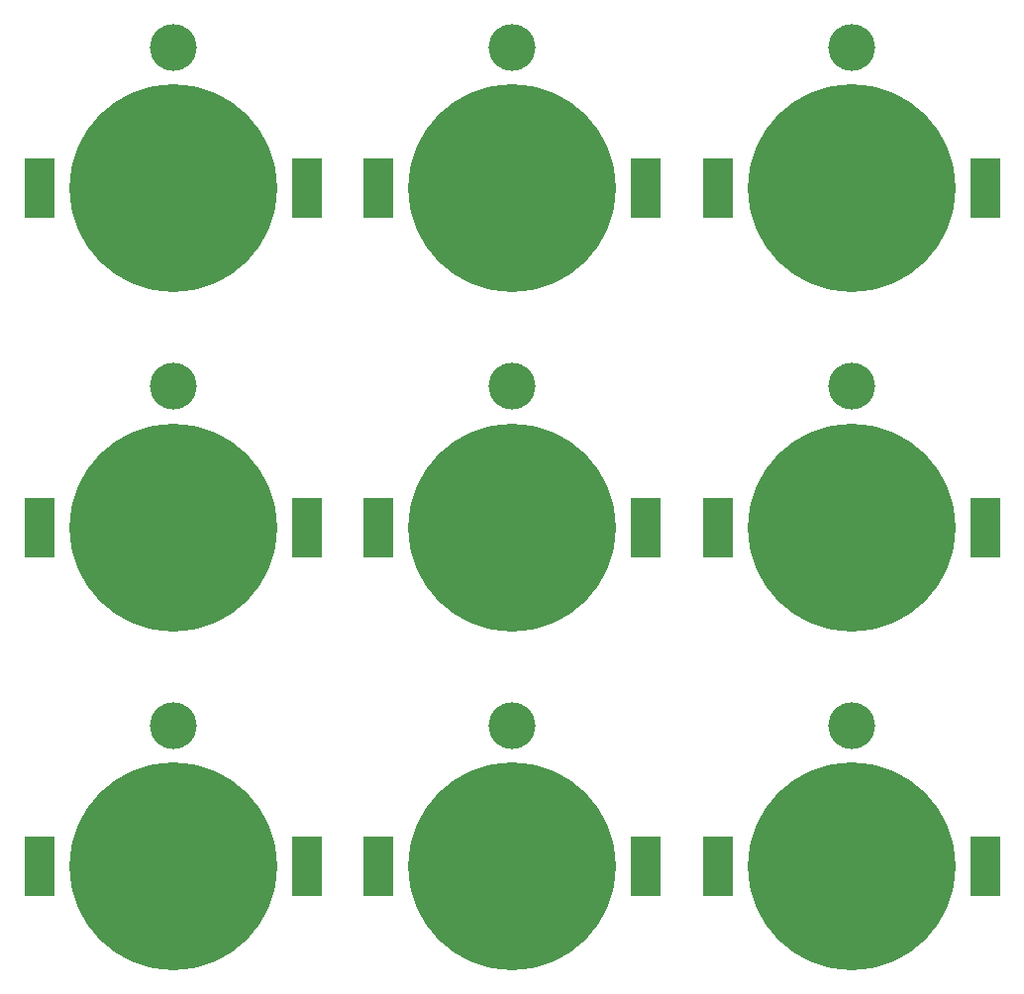
<source format=gbs>
%MOIN*%
%OFA0B0*%
%FSLAX46Y46*%
%IPPOS*%
%LPD*%
%ADD10C,0.0039370078740157488*%
%ADD11C,0.15748031496062992*%
%ADD12C,0.70000000000000007*%
%ADD13R,0.1X0.2*%
%ADD24C,0.0039370078740157488*%
%ADD25C,0.15748031496062992*%
%ADD26C,0.70000000000000007*%
%ADD27R,0.1X0.2*%
%ADD28C,0.0039370078740157488*%
%ADD29C,0.15748031496062992*%
%ADD30C,0.70000000000000007*%
%ADD31R,0.1X0.2*%
%ADD32C,0.0039370078740157488*%
%ADD33C,0.15748031496062992*%
%ADD34C,0.70000000000000007*%
%ADD35R,0.1X0.2*%
%ADD36C,0.0039370078740157488*%
%ADD37C,0.15748031496062992*%
%ADD38C,0.70000000000000007*%
%ADD39R,0.1X0.2*%
%ADD40C,0.0039370078740157488*%
%ADD41C,0.15748031496062992*%
%ADD42C,0.70000000000000007*%
%ADD43R,0.1X0.2*%
%ADD44C,0.0039370078740157488*%
%ADD45C,0.15748031496062992*%
%ADD46C,0.70000000000000007*%
%ADD47R,0.1X0.2*%
%ADD48C,0.0039370078740157488*%
%ADD49C,0.15748031496062992*%
%ADD50C,0.70000000000000007*%
%ADD51R,0.1X0.2*%
%ADD52C,0.0039370078740157488*%
%ADD53C,0.15748031496062992*%
%ADD54C,0.70000000000000007*%
%ADD55R,0.1X0.2*%
G01G01*
D10*
D11*
X-0007643492Y0004156443D02*
X0000531507Y0000956443D03*
D12*
X0000531507Y0000481443D03*
D13*
X0000981507Y0000481443D03*
X0000081507Y0000481443D03*
G04 next file*
G04 #@! TF.FileFunction,Soldermask,Bot*
G04 Gerber Fmt 4.6, Leading zero omitted, Abs format (unit mm)*
G04 Created by KiCad (PCBNEW 4.0.7) date 06/29/18 14:26:30*
G01G01*
G04 APERTURE LIST*
G04 APERTURE END LIST*
D24*
D25*
X-0006501738Y0004156443D02*
X0001673261Y0000956443D03*
D26*
X0001673261Y0000481443D03*
D27*
X0002123261Y0000481443D03*
X0001223261Y0000481443D03*
G04 next file*
G04 #@! TF.FileFunction,Soldermask,Bot*
G04 Gerber Fmt 4.6, Leading zero omitted, Abs format (unit mm)*
G04 Created by KiCad (PCBNEW 4.0.7) date 06/29/18 14:26:30*
G01G01*
G04 APERTURE LIST*
G04 APERTURE END LIST*
D28*
D29*
X-0005359983Y0004156443D02*
X0002815016Y0000956443D03*
D30*
X0002815016Y0000481443D03*
D31*
X0003265016Y0000481443D03*
X0002365016Y0000481443D03*
G04 next file*
G04 #@! TF.FileFunction,Soldermask,Bot*
G04 Gerber Fmt 4.6, Leading zero omitted, Abs format (unit mm)*
G04 Created by KiCad (PCBNEW 4.0.7) date 06/29/18 14:26:30*
G01G01*
G04 APERTURE LIST*
G04 APERTURE END LIST*
D32*
D33*
X-0007643492Y0005298069D02*
X0000531507Y0002098069D03*
D34*
X0000531507Y0001623069D03*
D35*
X0000981507Y0001623069D03*
X0000081507Y0001623069D03*
G04 next file*
G04 #@! TF.FileFunction,Soldermask,Bot*
G04 Gerber Fmt 4.6, Leading zero omitted, Abs format (unit mm)*
G04 Created by KiCad (PCBNEW 4.0.7) date 06/29/18 14:26:30*
G01G01*
G04 APERTURE LIST*
G04 APERTURE END LIST*
D36*
D37*
X-0007643492Y0006439695D02*
X0000531507Y0003239695D03*
D38*
X0000531507Y0002764695D03*
D39*
X0000981507Y0002764695D03*
X0000081507Y0002764695D03*
G04 next file*
G04 #@! TF.FileFunction,Soldermask,Bot*
G04 Gerber Fmt 4.6, Leading zero omitted, Abs format (unit mm)*
G04 Created by KiCad (PCBNEW 4.0.7) date 06/29/18 14:26:30*
G01G01*
G04 APERTURE LIST*
G04 APERTURE END LIST*
D40*
D41*
X-0006501738Y0005298069D02*
X0001673261Y0002098069D03*
D42*
X0001673261Y0001623069D03*
D43*
X0002123261Y0001623069D03*
X0001223261Y0001623069D03*
G04 next file*
G04 #@! TF.FileFunction,Soldermask,Bot*
G04 Gerber Fmt 4.6, Leading zero omitted, Abs format (unit mm)*
G04 Created by KiCad (PCBNEW 4.0.7) date 06/29/18 14:26:30*
G01G01*
G04 APERTURE LIST*
G04 APERTURE END LIST*
D44*
D45*
X-0005359983Y0005298069D02*
X0002815016Y0002098069D03*
D46*
X0002815016Y0001623069D03*
D47*
X0003265016Y0001623069D03*
X0002365016Y0001623069D03*
G04 next file*
G04 #@! TF.FileFunction,Soldermask,Bot*
G04 Gerber Fmt 4.6, Leading zero omitted, Abs format (unit mm)*
G04 Created by KiCad (PCBNEW 4.0.7) date 06/29/18 14:26:30*
G01G01*
G04 APERTURE LIST*
G04 APERTURE END LIST*
D48*
D49*
X-0006501738Y0006439695D02*
X0001673261Y0003239695D03*
D50*
X0001673261Y0002764695D03*
D51*
X0002123261Y0002764695D03*
X0001223261Y0002764695D03*
G04 next file*
G04 #@! TF.FileFunction,Soldermask,Bot*
G04 Gerber Fmt 4.6, Leading zero omitted, Abs format (unit mm)*
G04 Created by KiCad (PCBNEW 4.0.7) date 06/29/18 14:26:30*
G01G01*
G04 APERTURE LIST*
G04 APERTURE END LIST*
D52*
D53*
X-0005359983Y0006439695D02*
X0002815016Y0003239695D03*
D54*
X0002815016Y0002764695D03*
D55*
X0003265016Y0002764695D03*
X0002365016Y0002764695D03*
M02*
</source>
